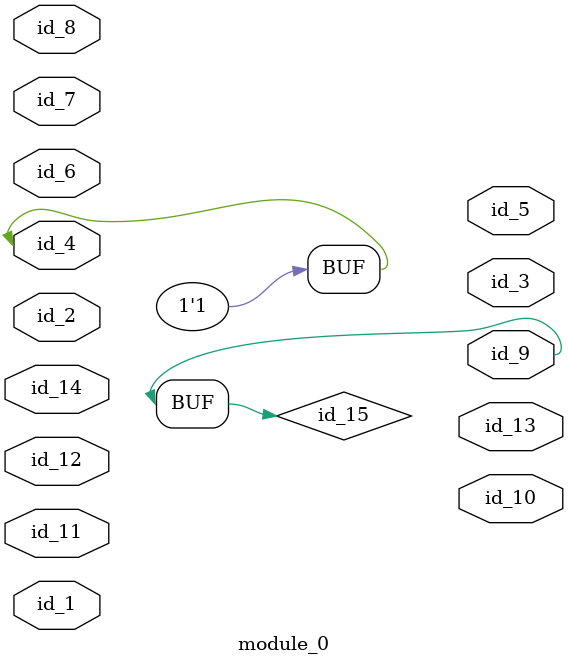
<source format=v>
module module_0 (
    id_1,
    id_2,
    id_3,
    id_4,
    id_5,
    id_6,
    id_7,
    id_8,
    id_9,
    id_10,
    id_11,
    id_12,
    id_13,
    id_14
);
  input wire id_14;
  output wire id_13;
  input wire id_12;
  input wire id_11;
  output wire id_10;
  output wire id_9;
  input wire id_8;
  input wire id_7;
  input wire id_6;
  output wire id_5;
  inout wire id_4;
  output wire id_3;
  input wire id_2;
  input wire id_1;
  assign id_4 = -1 * -1;
  wire id_15;
  assign id_9 = id_15;
endmodule
module module_1 (
    input wand id_0
);
  wire id_2;
  module_0 modCall_1 (
      id_2,
      id_2,
      id_2,
      id_2,
      id_2,
      id_2,
      id_2,
      id_2,
      id_2,
      id_2,
      id_2,
      id_2,
      id_2,
      id_2
  );
  wire id_3, id_4;
  wire id_5;
endmodule

</source>
